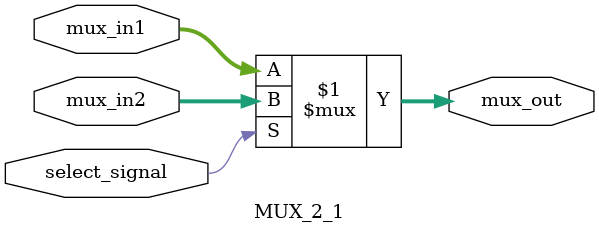
<source format=v>
module MUX_2_1(mux_in1, mux_in2, select_signal, mux_out);
    input [31:0] mux_in1; 
    input [31:0] mux_in2; 
    input select_signal;
    output [31:0] mux_out;

    assign mux_out = (select_signal) ? mux_in2 : mux_in1; 

endmodule 

</source>
